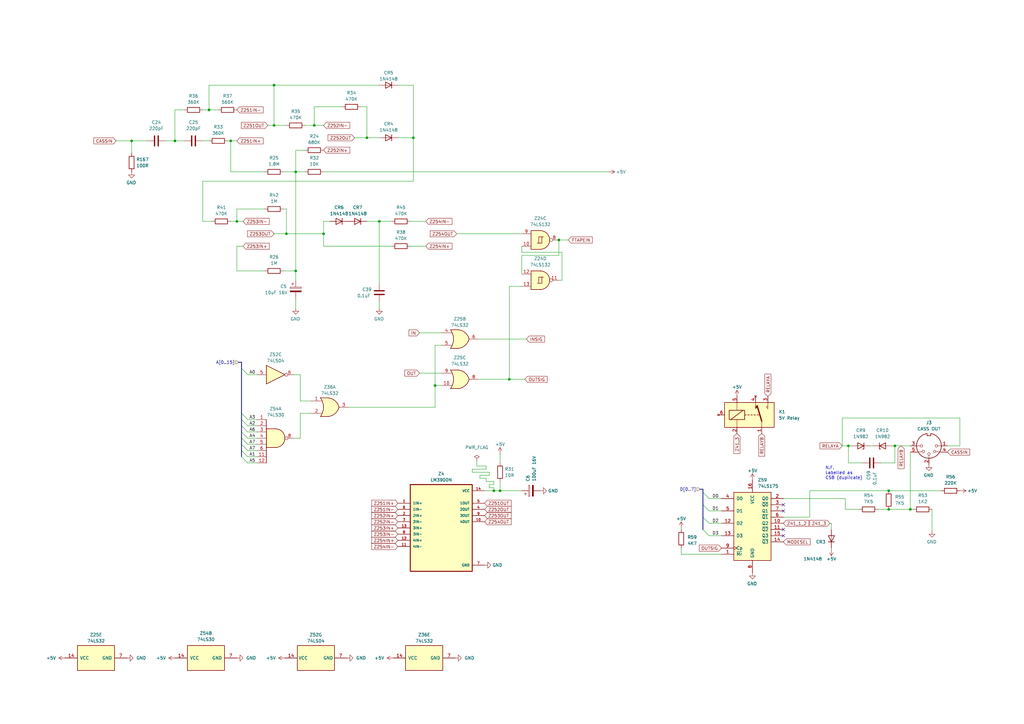
<source format=kicad_sch>
(kicad_sch (version 20230121) (generator eeschema)
  (paper "A3")
  (lib_symbols
    (symbol "74xx:74LS04"
      (property "Reference" "U" (at 0 1.27 0))
      (property "Value" "74LS04" (at 0 -1.27 0))
      (symbol "74LS04_1_0"
        (pin input line (at -7.62 0 0) (length 3.81) (name "~") (number "1"))
        (pin output inverted (at 7.62 0 180) (length 3.81) (name "~") (number "2"))
      )
      (symbol "74LS04_2_0"
        (pin input line (at -7.62 0 0) (length 3.81) (name "~") (number "3"))
        (pin output inverted (at 7.62 0 180) (length 3.81) (name "~") (number "4"))
      )
      (symbol "74LS04_3_0"
        (pin input line (at -7.62 0 0) (length 3.81) (name "~") (number "5"))
        (pin output inverted (at 7.62 0 180) (length 3.81) (name "~") (number "6"))
      )
      (symbol "74LS04_4_0"
        (pin output inverted (at 7.62 0 180) (length 3.81) (name "~") (number "8"))
        (pin input line (at -7.62 0 0) (length 3.81) (name "~") (number "9"))
      )
      (symbol "74LS04_5_0"
        (pin output inverted (at 7.62 0 180) (length 3.81) (name "~") (number "10"))
        (pin input line (at -7.62 0 0) (length 3.81) (name "~") (number "11"))
      )
      (symbol "74LS04_6_0"
        (pin output inverted (at 7.62 0 180) (length 3.81) (name "~") (number "12"))
        (pin input line (at -7.62 0 0) (length 3.81) (name "~") (number "13"))
      )
      (symbol "74LS04_7_0"
        (pin power_in line (at 0 12.7 270) (length 5.08) (name "VCC") (number "14"))
        (pin power_in line (at 0 -12.7 90) (length 5.08) (name "GND") (number "7"))
      )
    )
    (symbol "74xx:74LS132" (pin_names (offset 1.016))
      (property "Reference" "U" (at 0 1.27 0))
      (property "Value" "74LS132" (at 0 -1.27 0))
      (symbol "74LS132_1_1"
        (pin input line (at -7.62 2.54 0) (length 3.81) (name "~") (number "1"))
        (pin input line (at -7.62 -2.54 0) (length 3.81) (name "~") (number "2"))
        (pin output inverted (at 7.62 0 180) (length 3.81) (name "~") (number "3"))
      )
      (symbol "74LS132_1_2"
        (pin input inverted (at -7.62 2.54 0) (length 4.318) (name "~") (number "1"))
        (pin input inverted (at -7.62 -2.54 0) (length 4.318) (name "~") (number "2"))
        (pin output line (at 7.62 0 180) (length 3.81) (name "~") (number "3"))
      )
      (symbol "74LS132_2_1"
        (pin input line (at -7.62 2.54 0) (length 3.81) (name "~") (number "4"))
        (pin input line (at -7.62 -2.54 0) (length 3.81) (name "~") (number "5"))
        (pin output inverted (at 7.62 0 180) (length 3.81) (name "~") (number "6"))
      )
      (symbol "74LS132_2_2"
        (pin input inverted (at -7.62 2.54 0) (length 4.318) (name "~") (number "4"))
        (pin input inverted (at -7.62 -2.54 0) (length 4.318) (name "~") (number "5"))
        (pin output line (at 7.62 0 180) (length 3.81) (name "~") (number "6"))
      )
      (symbol "74LS132_3_1"
        (pin input line (at -7.62 -2.54 0) (length 3.81) (name "~") (number "10"))
        (pin output inverted (at 7.62 0 180) (length 3.81) (name "~") (number "8"))
        (pin input line (at -7.62 2.54 0) (length 3.81) (name "~") (number "9"))
      )
      (symbol "74LS132_3_2"
        (pin input inverted (at -7.62 -2.54 0) (length 4.318) (name "~") (number "10"))
        (pin output line (at 7.62 0 180) (length 3.81) (name "~") (number "8"))
        (pin input inverted (at -7.62 2.54 0) (length 4.318) (name "~") (number "9"))
      )
      (symbol "74LS132_4_1"
        (pin output inverted (at 7.62 0 180) (length 3.81) (name "~") (number "11"))
        (pin input line (at -7.62 2.54 0) (length 3.81) (name "~") (number "12"))
        (pin input line (at -7.62 -2.54 0) (length 3.81) (name "~") (number "13"))
      )
      (symbol "74LS132_4_2"
        (pin output line (at 7.62 0 180) (length 3.81) (name "~") (number "11"))
        (pin input inverted (at -7.62 2.54 0) (length 4.318) (name "~") (number "12"))
        (pin input inverted (at -7.62 -2.54 0) (length 4.318) (name "~") (number "13"))
      )
      (symbol "74LS132_5_0"
        (pin power_in line (at 0 12.7 270) (length 5.08) (name "VCC") (number "14"))
        (pin power_in line (at 0 -12.7 90) (length 5.08) (name "GND") (number "7"))
      )
    )
    (symbol "74xx:74LS175" (pin_names (offset 1.016))
      (property "Reference" "U" (at -7.62 13.97 0))
      (property "Value" "74LS175" (at -7.62 -16.51 0))
      (symbol "74LS175_1_0"
        (pin input line (at -12.7 -12.7 0) (length 5.08) (name "~{Mr}") (number "1"))
        (pin output line (at 12.7 0 180) (length 5.08) (name "Q2") (number "10"))
        (pin output line (at 12.7 -2.54 180) (length 5.08) (name "~{Q2}") (number "11"))
        (pin input line (at -12.7 0 0) (length 5.08) (name "D2") (number "12"))
        (pin input line (at -12.7 -5.08 0) (length 5.08) (name "D3") (number "13"))
        (pin output line (at 12.7 -7.62 180) (length 5.08) (name "~{Q3}") (number "14"))
        (pin output line (at 12.7 -5.08 180) (length 5.08) (name "Q3") (number "15"))
        (pin power_in line (at 0 17.78 270) (length 5.08) (name "VCC") (number "16"))
        (pin output line (at 12.7 10.16 180) (length 5.08) (name "Q0") (number "2"))
        (pin output line (at 12.7 7.62 180) (length 5.08) (name "~{Q0}") (number "3"))
        (pin input line (at -12.7 10.16 0) (length 5.08) (name "D0") (number "4"))
        (pin input line (at -12.7 5.08 0) (length 5.08) (name "D1") (number "5"))
        (pin output line (at 12.7 2.54 180) (length 5.08) (name "~{Q1}") (number "6"))
        (pin output line (at 12.7 5.08 180) (length 5.08) (name "Q1") (number "7"))
        (pin power_in line (at 0 -20.32 90) (length 5.08) (name "GND") (number "8"))
        (pin input clock (at -12.7 -10.16 0) (length 5.08) (name "Cp") (number "9"))
      )
    )
    (symbol "74xx:74LS30" (pin_names (offset 1.016))
      (property "Reference" "U" (at 0 1.27 0))
      (property "Value" "74LS30" (at 0 -1.27 0))
      (symbol "74LS30_1_1"
        (pin input line (at -7.62 7.62 0) (length 3.81) (name "~") (number "1"))
        (pin input line (at -7.62 -7.62 0) (length 3.81) (name "~") (number "11"))
        (pin input line (at -7.62 -10.16 0) (length 3.81) (name "~") (number "12"))
        (pin input line (at -7.62 5.08 0) (length 3.81) (name "~") (number "2"))
        (pin input line (at -7.62 2.54 0) (length 3.81) (name "~") (number "3"))
        (pin input line (at -7.62 0 0) (length 3.81) (name "~") (number "4"))
        (pin input line (at -7.62 -2.54 0) (length 3.81) (name "~") (number "5"))
        (pin input line (at -7.62 -5.08 0) (length 3.81) (name "~") (number "6"))
        (pin output inverted (at 7.62 0 180) (length 3.81) (name "~") (number "8"))
      )
      (symbol "74LS30_1_2"
        (pin input inverted (at -7.62 7.62 0) (length 3.81) (name "~") (number "1"))
        (pin input inverted (at -7.62 -7.62 0) (length 3.81) (name "~") (number "11"))
        (pin input inverted (at -7.62 -10.16 0) (length 3.81) (name "~") (number "12"))
        (pin input inverted (at -7.62 5.08 0) (length 3.81) (name "~") (number "2"))
        (pin input inverted (at -7.62 2.54 0) (length 4.5466) (name "~") (number "3"))
        (pin input inverted (at -7.62 0 0) (length 5.08) (name "~") (number "4"))
        (pin input inverted (at -7.62 -2.54 0) (length 4.5466) (name "~") (number "5"))
        (pin input inverted (at -7.62 -5.08 0) (length 3.81) (name "~") (number "6"))
        (pin output line (at 7.62 0 180) (length 3.81) (name "~") (number "8"))
      )
      (symbol "74LS30_2_0"
        (pin power_in line (at 0 12.7 270) (length 5.08) (name "VCC") (number "14"))
        (pin power_in line (at 0 -12.7 90) (length 5.08) (name "GND") (number "7"))
      )
    )
    (symbol "74xx:74LS32" (pin_names (offset 1.016))
      (property "Reference" "U" (at 0 1.27 0))
      (property "Value" "74LS32" (at 0 -1.27 0))
      (symbol "74LS32_1_1"
        (pin input line (at -7.62 2.54 0) (length 4.318) (name "~") (number "1"))
        (pin input line (at -7.62 -2.54 0) (length 4.318) (name "~") (number "2"))
        (pin output line (at 7.62 0 180) (length 3.81) (name "~") (number "3"))
      )
      (symbol "74LS32_1_2"
        (pin input inverted (at -7.62 2.54 0) (length 3.81) (name "~") (number "1"))
        (pin input inverted (at -7.62 -2.54 0) (length 3.81) (name "~") (number "2"))
        (pin output inverted (at 7.62 0 180) (length 3.81) (name "~") (number "3"))
      )
      (symbol "74LS32_2_1"
        (pin input line (at -7.62 2.54 0) (length 4.318) (name "~") (number "4"))
        (pin input line (at -7.62 -2.54 0) (length 4.318) (name "~") (number "5"))
        (pin output line (at 7.62 0 180) (length 3.81) (name "~") (number "6"))
      )
      (symbol "74LS32_2_2"
        (pin input inverted (at -7.62 2.54 0) (length 3.81) (name "~") (number "4"))
        (pin input inverted (at -7.62 -2.54 0) (length 3.81) (name "~") (number "5"))
        (pin output inverted (at 7.62 0 180) (length 3.81) (name "~") (number "6"))
      )
      (symbol "74LS32_3_1"
        (pin input line (at -7.62 -2.54 0) (length 4.318) (name "~") (number "10"))
        (pin output line (at 7.62 0 180) (length 3.81) (name "~") (number "8"))
        (pin input line (at -7.62 2.54 0) (length 4.318) (name "~") (number "9"))
      )
      (symbol "74LS32_3_2"
        (pin input inverted (at -7.62 -2.54 0) (length 3.81) (name "~") (number "10"))
        (pin output inverted (at 7.62 0 180) (length 3.81) (name "~") (number "8"))
        (pin input inverted (at -7.62 2.54 0) (length 3.81) (name "~") (number "9"))
      )
      (symbol "74LS32_4_1"
        (pin output line (at 7.62 0 180) (length 3.81) (name "~") (number "11"))
        (pin input line (at -7.62 2.54 0) (length 4.318) (name "~") (number "12"))
        (pin input line (at -7.62 -2.54 0) (length 4.318) (name "~") (number "13"))
      )
      (symbol "74LS32_4_2"
        (pin output inverted (at 7.62 0 180) (length 3.81) (name "~") (number "11"))
        (pin input inverted (at -7.62 2.54 0) (length 3.81) (name "~") (number "12"))
        (pin input inverted (at -7.62 -2.54 0) (length 3.81) (name "~") (number "13"))
      )
      (symbol "74LS32_5_0"
        (pin power_in line (at 0 12.7 270) (length 5.08) (name "VCC") (number "14"))
        (pin power_in line (at 0 -12.7 90) (length 5.08) (name "GND") (number "7"))
      )
    )
    (symbol "Connector:DIN-5_180degree" (pin_names (offset 1.016))
      (property "Reference" "J" (at 3.175 5.715 0))
      (property "Value" "DIN-5_180degree" (at 0 -6.35 0))
      (symbol "DIN-5_180degree_1_1"
        (pin passive line (at -7.62 0 0) (length 2.54) (name "~") (number "1"))
        (pin passive line (at 0 7.62 270) (length 2.54) (name "~") (number "2"))
        (pin passive line (at 7.62 0 180) (length 2.54) (name "~") (number "3"))
        (pin passive line (at -7.62 2.54 0) (length 2.54) (name "~") (number "4"))
        (pin passive line (at 7.62 2.54 180) (length 2.54) (name "~") (number "5"))
      )
    )
    (symbol "Device:C" (pin_numbers hide) (pin_names (offset 0.254))
      (property "Reference" "C" (at 0.635 2.54 0))
      (property "Value" "C" (at 0.635 -2.54 0))
      (symbol "C_1_1"
        (pin passive line (at 0 3.81 270) (length 2.794) (name "~") (number "1"))
        (pin passive line (at 0 -3.81 90) (length 2.794) (name "~") (number "2"))
      )
    )
    (symbol "Device:C_Polarized" (pin_numbers hide) (pin_names (offset 0.254))
      (property "Reference" "C" (at 0.635 2.54 0))
      (property "Value" "C_Polarized" (at 0.635 -2.54 0))
      (symbol "C_Polarized_1_1"
        (pin passive line (at 0 3.81 270) (length 2.794) (name "~") (number "1"))
        (pin passive line (at 0 -3.81 90) (length 2.794) (name "~") (number "2"))
      )
    )
    (symbol "Device:D" (pin_numbers hide) (pin_names (offset 1.016) hide)
      (property "Reference" "D" (at 0 2.54 0))
      (property "Value" "D" (at 0 -2.54 0))
      (symbol "D_1_1"
        (pin passive line (at -3.81 0 0) (length 2.54) (name "K") (number "1"))
        (pin passive line (at 3.81 0 180) (length 2.54) (name "A") (number "2"))
      )
    )
    (symbol "Device:D_Zener" (pin_numbers hide) (pin_names (offset 1.016) hide)
      (property "Reference" "D" (at 0 2.54 0))
      (property "Value" "D_Zener" (at 0 -2.54 0))
      (symbol "D_Zener_1_1"
        (pin passive line (at -3.81 0 0) (length 2.54) (name "K") (number "1"))
        (pin passive line (at 3.81 0 180) (length 2.54) (name "A") (number "2"))
      )
    )
    (symbol "Device:R" (pin_numbers hide) (pin_names (offset 0))
      (property "Reference" "R" (at 2.032 0 90))
      (property "Value" "R" (at 0 0 90))
      (symbol "R_1_1"
        (pin passive line (at 0 3.81 270) (length 1.27) (name "~") (number "1"))
        (pin passive line (at 0 -3.81 90) (length 1.27) (name "~") (number "2"))
      )
    )
    (symbol "Diode:1N4001" (pin_numbers hide) (pin_names hide)
      (property "Reference" "D" (at 0 2.54 0))
      (property "Value" "1N4001" (at 0 -2.54 0))
      (symbol "1N4001_1_1"
        (pin passive line (at -3.81 0 0) (length 2.54) (name "K") (number "1"))
        (pin passive line (at 3.81 0 180) (length 2.54) (name "A") (number "2"))
      )
    )
    (symbol "TRS80IUS:LM3900N" (pin_names (offset 1.016))
      (property "Reference" "U" (at -12.7 18.7706 0))
      (property "Value" "LM3900N" (at -12.7 -21.7678 0))
      (symbol "LM3900N_0_0"
        (pin input line (at -17.78 10.16 0) (length 5.08) (name "1IN+") (number "1"))
        (pin output line (at 17.78 2.54 180) (length 5.08) (name "4OUT") (number "10"))
        (pin input line (at -17.78 -7.62 0) (length 5.08) (name "4IN-") (number "11"))
        (pin input line (at -17.78 -5.08 0) (length 5.08) (name "4IN+") (number "12"))
        (pin input line (at -17.78 0 0) (length 5.08) (name "3IN+") (number "13"))
        (pin power_in line (at 17.78 15.24 180) (length 5.08) (name "VCC") (number "14"))
        (pin input line (at -17.78 5.08 0) (length 5.08) (name "2IN+") (number "2"))
        (pin input line (at -17.78 2.54 0) (length 5.08) (name "2IN-") (number "3"))
        (pin output line (at 17.78 7.62 180) (length 5.08) (name "2OUT") (number "4"))
        (pin output line (at 17.78 10.16 180) (length 5.08) (name "1OUT") (number "5"))
        (pin input line (at -17.78 7.62 0) (length 5.08) (name "1IN-") (number "6"))
        (pin power_in line (at 17.78 -15.24 180) (length 5.08) (name "GND") (number "7"))
        (pin input line (at -17.78 -2.54 0) (length 5.08) (name "3IN-") (number "8"))
        (pin output line (at 17.78 5.08 180) (length 5.08) (name "3OUT") (number "9"))
      )
    )
    (symbol "TRS80IUS:Relay"
      (property "Reference" "K" (at 11.43 3.81 0))
      (property "Value" "Relay" (at 11.43 1.27 0))
      (symbol "Relay_1_1"
        (pin passive line (at 5.08 -7.62 90) (length 2.54) (name "~") (number "1"))
        (pin passive line (at -5.08 -7.62 90) (length 2.54) (name "~") (number "2"))
        (pin passive line (at 7.62 7.62 270) (length 2.54) (name "~") (number "3"))
        (pin no_connect line (at 2.54 7.62 270) (length 2.54) (name "~") (number "4"))
        (pin passive line (at -5.08 7.62 270) (length 2.54) (name "~") (number "5"))
        (pin no_connect line (at -12.7 0 0) (length 2.54) (name "~") (number "6"))
      )
    )
    (symbol "power:+5V" (power) (pin_names (offset 0))
      (property "Value" "+5V" (at 0 3.556 0))
      (symbol "+5V_1_1"
        (pin power_in line (at 0 0 90) (length 0) hide (name "+5V") (number "1"))
      )
    )
    (symbol "power:GND" (power) (pin_names (offset 0))
      (property "Value" "GND" (at 0 -3.81 0))
      (symbol "GND_1_1"
        (pin power_in line (at 0 0 270) (length 0) hide (name "GND") (number "1"))
      )
    )
    (symbol "power:PWR_FLAG" (power) (pin_numbers hide) (pin_names (offset 0) hide)
      (property "Value" "PWR_FLAG" (at 0 3.81 0))
      (symbol "PWR_FLAG_0_0"
        (pin power_out line (at 0 0 90) (length 0) (name "pwr") (number "1"))
      )
    )
  )
  (junction (at 364.49 208.915))
  (junction (at 53.975 57.785))
  (junction (at 132.715 95.885))
  (junction (at 347.98 182.88))
  (junction (at 121.285 111.125))
  (junction (at 178.435 158.115))
  (junction (at 155.575 90.805))
  (junction (at 367.03 182.88))
  (junction (at 94.615 57.785))
  (junction (at 128.905 51.435))
  (junction (at 205.105 201.295))
  (junction (at 202.565 201.295))
  (junction (at 85.725 45.085))
  (junction (at 364.49 201.295))
  (junction (at 229.235 98.425))
  (junction (at 71.755 57.785))
  (junction (at 112.395 51.435))
  (junction (at 208.915 155.575))
  (junction (at 117.475 95.885))
  (junction (at 121.285 70.485))
  (junction (at 373.38 208.915))
  (junction (at 112.395 34.925))
  (junction (at 169.545 56.515))
  (junction (at 150.495 56.515))
  (junction (at 97.155 90.805))
  (no_connect (at 321.31 219.71))
  (no_connect (at 321.31 207.01))
  (no_connect (at 321.31 217.17))
  (no_connect (at 321.31 209.55))
  (bus_entry (at 288.29 212.09) (size 2.54 2.54))
  (bus_entry (at 288.29 207.01) (size 2.54 2.54))
  (bus_entry (at 99.06 177.165) (size 2.54 2.54))
  (bus_entry (at 99.06 179.705) (size 2.54 2.54))
  (bus_entry (at 288.29 201.93) (size 2.54 2.54))
  (bus_entry (at 99.06 172.085) (size 2.54 2.54))
  (bus_entry (at 99.06 174.625) (size 2.54 2.54))
  (bus_entry (at 99.06 182.245) (size 2.54 2.54))
  (bus_entry (at 99.06 169.545) (size 2.54 2.54))
  (bus_entry (at 99.06 184.785) (size 2.54 2.54))
  (bus_entry (at 99.06 151.13) (size 2.54 2.54))
  (bus_entry (at 288.29 217.17) (size 2.54 2.54))
  (bus_entry (at 99.06 187.325) (size 2.54 2.54))
  (wire (pts (xy 101.6 187.325) (xy 105.41 187.325)))
  (wire (pts (xy 85.725 34.925) (xy 112.395 34.925)))
  (wire (pts (xy 94.615 57.785) (xy 97.155 57.785)))
  (bus (pts (xy 99.06 172.085) (xy 99.06 174.625)))
  (wire (pts (xy 200.66 200.025) (xy 202.565 200.025)))
  (wire (pts (xy 195.58 189.23) (xy 195.58 191.135)))
  (wire (pts (xy 125.095 51.435) (xy 128.905 51.435)))
  (wire (pts (xy 121.285 70.485) (xy 121.285 111.125)))
  (wire (pts (xy 364.49 201.295) (xy 332.105 201.295)))
  (wire (pts (xy 196.85 196.215) (xy 199.39 196.215)))
  (wire (pts (xy 360.045 208.915) (xy 364.49 208.915)))
  (wire (pts (xy 101.6 172.085) (xy 105.41 172.085)))
  (wire (pts (xy 346.71 208.915) (xy 352.425 208.915)))
  (wire (pts (xy 347.98 189.865) (xy 353.695 189.865)))
  (wire (pts (xy 202.565 198.755) (xy 200.66 198.755)))
  (wire (pts (xy 196.215 155.575) (xy 208.915 155.575)))
  (wire (pts (xy 347.98 182.88) (xy 345.44 182.88)))
  (bus (pts (xy 288.29 207.01) (xy 288.29 212.09)))
  (wire (pts (xy 193.675 192.405) (xy 193.675 193.675)))
  (wire (pts (xy 367.03 189.865) (xy 361.315 189.865)))
  (wire (pts (xy 121.285 122.555) (xy 121.285 126.365)))
  (wire (pts (xy 53.975 57.785) (xy 53.975 62.865)))
  (wire (pts (xy 112.395 34.925) (xy 155.575 34.925)))
  (wire (pts (xy 155.575 90.805) (xy 160.655 90.805)))
  (wire (pts (xy 123.19 169.545) (xy 127.635 169.545)))
  (wire (pts (xy 364.49 201.295) (xy 386.08 201.295)))
  (wire (pts (xy 200.66 193.675) (xy 200.66 194.945)))
  (wire (pts (xy 94.615 70.485) (xy 94.615 57.785)))
  (wire (pts (xy 290.83 219.71) (xy 295.91 219.71)))
  (wire (pts (xy 178.435 141.605) (xy 180.975 141.605)))
  (wire (pts (xy 97.155 85.725) (xy 108.585 85.725)))
  (wire (pts (xy 290.83 204.47) (xy 295.91 204.47)))
  (wire (pts (xy 125.095 61.595) (xy 121.285 61.595)))
  (wire (pts (xy 128.905 43.815) (xy 140.335 43.815)))
  (wire (pts (xy 215.9 139.065) (xy 196.215 139.065)))
  (bus (pts (xy 99.06 184.785) (xy 99.06 187.325)))
  (wire (pts (xy 332.105 201.295) (xy 332.105 212.09)))
  (wire (pts (xy 97.155 90.805) (xy 99.695 90.805)))
  (wire (pts (xy 202.565 200.025) (xy 202.565 201.295)))
  (wire (pts (xy 279.4 216.535) (xy 279.4 217.17)))
  (wire (pts (xy 142.875 167.005) (xy 178.435 167.005)))
  (wire (pts (xy 393.7 171.45) (xy 393.7 182.88)))
  (wire (pts (xy 180.975 158.115) (xy 178.435 158.115)))
  (wire (pts (xy 346.71 204.47) (xy 346.71 208.915)))
  (wire (pts (xy 116.205 85.725) (xy 117.475 85.725)))
  (wire (pts (xy 155.575 123.825) (xy 155.575 126.365)))
  (wire (pts (xy 200.66 194.945) (xy 196.85 194.945)))
  (wire (pts (xy 198.755 201.295) (xy 202.565 201.295)))
  (bus (pts (xy 97.79 148.59) (xy 99.06 148.59)))
  (wire (pts (xy 123.19 153.67) (xy 123.19 164.465)))
  (wire (pts (xy 229.235 98.425) (xy 233.045 98.425)))
  (wire (pts (xy 382.27 208.915) (xy 382.27 217.805)))
  (bus (pts (xy 99.06 174.625) (xy 99.06 177.165)))
  (wire (pts (xy 117.475 95.885) (xy 132.715 95.885)))
  (wire (pts (xy 83.185 74.295) (xy 83.185 90.805)))
  (wire (pts (xy 132.715 90.805) (xy 132.715 95.885)))
  (wire (pts (xy 83.185 45.085) (xy 85.725 45.085)))
  (bus (pts (xy 287.02 200.66) (xy 288.29 200.66)))
  (wire (pts (xy 145.415 56.515) (xy 150.495 56.515)))
  (wire (pts (xy 208.915 155.575) (xy 215.265 155.575)))
  (wire (pts (xy 178.435 167.005) (xy 178.435 158.115)))
  (bus (pts (xy 288.29 212.09) (xy 288.29 217.17)))
  (wire (pts (xy 290.83 209.55) (xy 295.91 209.55)))
  (wire (pts (xy 373.38 185.42) (xy 373.38 208.915)))
  (wire (pts (xy 97.155 111.125) (xy 108.585 111.125)))
  (wire (pts (xy 163.195 34.925) (xy 169.545 34.925)))
  (wire (pts (xy 213.995 104.775) (xy 229.235 104.775)))
  (wire (pts (xy 169.545 74.295) (xy 83.185 74.295)))
  (wire (pts (xy 85.725 45.085) (xy 85.725 34.925)))
  (wire (pts (xy 199.39 192.405) (xy 193.675 192.405)))
  (wire (pts (xy 345.44 182.88) (xy 345.44 171.45)))
  (wire (pts (xy 155.575 90.805) (xy 155.575 116.205)))
  (wire (pts (xy 123.19 179.705) (xy 123.19 169.545)))
  (wire (pts (xy 163.195 56.515) (xy 169.545 56.515)))
  (wire (pts (xy 83.185 90.805) (xy 86.995 90.805)))
  (wire (pts (xy 120.65 179.705) (xy 123.19 179.705)))
  (bus (pts (xy 99.06 182.245) (xy 99.06 184.785)))
  (wire (pts (xy 340.995 225.425) (xy 340.995 224.79)))
  (wire (pts (xy 101.6 184.785) (xy 105.41 184.785)))
  (bus (pts (xy 99.06 151.13) (xy 99.06 169.545)))
  (wire (pts (xy 202.565 197.485) (xy 202.565 198.755)))
  (wire (pts (xy 121.285 111.125) (xy 121.285 114.935)))
  (wire (pts (xy 93.345 57.785) (xy 94.615 57.785)))
  (wire (pts (xy 202.565 201.295) (xy 205.105 201.295)))
  (wire (pts (xy 85.725 45.085) (xy 89.535 45.085)))
  (wire (pts (xy 367.03 182.88) (xy 373.38 182.88)))
  (wire (pts (xy 213.995 100.965) (xy 213.995 103.505)))
  (wire (pts (xy 208.915 117.475) (xy 213.995 117.475)))
  (wire (pts (xy 321.31 204.47) (xy 346.71 204.47)))
  (wire (pts (xy 120.65 153.67) (xy 123.19 153.67)))
  (wire (pts (xy 193.675 193.675) (xy 200.66 193.675)))
  (wire (pts (xy 121.285 70.485) (xy 116.205 70.485)))
  (wire (pts (xy 128.905 51.435) (xy 132.715 51.435)))
  (wire (pts (xy 147.955 43.815) (xy 150.495 43.815)))
  (wire (pts (xy 97.155 90.805) (xy 97.155 85.725)))
  (wire (pts (xy 178.435 158.115) (xy 178.435 141.605)))
  (wire (pts (xy 367.03 182.88) (xy 367.03 189.865)))
  (wire (pts (xy 169.545 56.515) (xy 169.545 74.295)))
  (wire (pts (xy 112.395 95.885) (xy 117.475 95.885)))
  (wire (pts (xy 340.995 217.17) (xy 340.995 214.63)))
  (wire (pts (xy 393.7 182.88) (xy 388.62 182.88)))
  (wire (pts (xy 340.36 214.63) (xy 340.995 214.63)))
  (wire (pts (xy 205.105 186.055) (xy 205.105 189.865)))
  (wire (pts (xy 321.31 212.09) (xy 332.105 212.09)))
  (wire (pts (xy 195.58 191.135) (xy 199.39 191.135)))
  (wire (pts (xy 109.855 51.435) (xy 112.395 51.435)))
  (wire (pts (xy 200.66 198.755) (xy 200.66 200.025)))
  (wire (pts (xy 132.715 70.485) (xy 249.555 70.485)))
  (wire (pts (xy 349.25 182.88) (xy 347.98 182.88)))
  (bus (pts (xy 288.29 201.93) (xy 288.29 207.01)))
  (wire (pts (xy 135.255 90.805) (xy 132.715 90.805)))
  (bus (pts (xy 99.06 148.59) (xy 99.06 151.13)))
  (wire (pts (xy 196.85 194.945) (xy 196.85 196.215)))
  (bus (pts (xy 99.06 177.165) (xy 99.06 179.705)))
  (wire (pts (xy 150.495 90.805) (xy 155.575 90.805)))
  (wire (pts (xy 230.505 114.935) (xy 229.235 114.935)))
  (bus (pts (xy 99.06 169.545) (xy 99.06 172.085)))
  (wire (pts (xy 230.505 103.505) (xy 230.505 114.935)))
  (wire (pts (xy 108.585 70.485) (xy 94.615 70.485)))
  (wire (pts (xy 101.6 153.67) (xy 105.41 153.67)))
  (wire (pts (xy 101.6 174.625) (xy 105.41 174.625)))
  (wire (pts (xy 187.325 95.885) (xy 213.995 95.885)))
  (wire (pts (xy 101.6 189.865) (xy 105.41 189.865)))
  (wire (pts (xy 295.91 227.33) (xy 279.4 227.33)))
  (wire (pts (xy 123.19 164.465) (xy 127.635 164.465)))
  (wire (pts (xy 47.625 57.785) (xy 53.975 57.785)))
  (wire (pts (xy 168.275 90.805) (xy 174.625 90.805)))
  (wire (pts (xy 150.495 56.515) (xy 155.575 56.515)))
  (wire (pts (xy 121.285 61.595) (xy 121.285 70.485)))
  (wire (pts (xy 199.39 196.215) (xy 199.39 197.485)))
  (wire (pts (xy 101.6 182.245) (xy 105.41 182.245)))
  (wire (pts (xy 71.755 57.785) (xy 75.565 57.785)))
  (wire (pts (xy 213.995 112.395) (xy 213.995 104.775)))
  (wire (pts (xy 365.76 182.88) (xy 367.03 182.88)))
  (wire (pts (xy 67.945 57.785) (xy 71.755 57.785)))
  (wire (pts (xy 345.44 171.45) (xy 393.7 171.45)))
  (bus (pts (xy 99.06 179.705) (xy 99.06 182.245)))
  (wire (pts (xy 101.6 177.165) (xy 105.41 177.165)))
  (wire (pts (xy 83.185 57.785) (xy 85.725 57.785)))
  (wire (pts (xy 101.6 179.705) (xy 105.41 179.705)))
  (wire (pts (xy 168.275 100.965) (xy 174.625 100.965)))
  (wire (pts (xy 208.915 155.575) (xy 208.915 117.475)))
  (wire (pts (xy 199.39 191.135) (xy 199.39 192.405)))
  (wire (pts (xy 213.995 103.505) (xy 230.505 103.505)))
  (wire (pts (xy 150.495 43.815) (xy 150.495 56.515)))
  (wire (pts (xy 71.755 45.085) (xy 71.755 57.785)))
  (wire (pts (xy 116.205 111.125) (xy 121.285 111.125)))
  (bus (pts (xy 288.29 200.66) (xy 288.29 201.93)))
  (wire (pts (xy 290.83 214.63) (xy 295.91 214.63)))
  (wire (pts (xy 347.98 182.88) (xy 347.98 189.865)))
  (wire (pts (xy 169.545 34.925) (xy 169.545 56.515)))
  (wire (pts (xy 128.905 51.435) (xy 128.905 43.815)))
  (wire (pts (xy 75.565 45.085) (xy 71.755 45.085)))
  (wire (pts (xy 358.14 182.88) (xy 356.87 182.88)))
  (wire (pts (xy 99.695 100.965) (xy 97.155 100.965)))
  (wire (pts (xy 121.285 70.485) (xy 125.095 70.485)))
  (wire (pts (xy 199.39 197.485) (xy 202.565 197.485)))
  (wire (pts (xy 373.38 208.915) (xy 374.65 208.915)))
  (wire (pts (xy 97.155 100.965) (xy 97.155 111.125)))
  (wire (pts (xy 112.395 51.435) (xy 117.475 51.435)))
  (wire (pts (xy 172.085 153.035) (xy 180.975 153.035)))
  (wire (pts (xy 229.235 104.775) (xy 229.235 98.425)))
  (wire (pts (xy 364.49 208.915) (xy 373.38 208.915)))
  (wire (pts (xy 132.715 95.885) (xy 132.715 100.965)))
  (wire (pts (xy 279.4 227.33) (xy 279.4 224.79)))
  (wire (pts (xy 172.085 136.525) (xy 180.975 136.525)))
  (wire (pts (xy 53.975 57.785) (xy 60.325 57.785)))
  (wire (pts (xy 94.615 90.805) (xy 97.155 90.805)))
  (wire (pts (xy 205.105 197.485) (xy 205.105 201.295)))
  (wire (pts (xy 132.715 100.965) (xy 160.655 100.965)))
  (wire (pts (xy 112.395 34.925) (xy 112.395 51.435)))
  (wire (pts (xy 213.995 201.295) (xy 205.105 201.295)))
  (wire (pts (xy 117.475 85.725) (xy 117.475 95.885)))
  (text "N.F.\nLabelled as \nC58 (duplicate)" (at 338.455 196.85 0) (effects (font (size 1.27 1.27)) (justify left bottom)))
  (label "A3" (at 102.235 172.085 0))
  (label "A4" (at 102.235 179.705 0))
  (label "D3" (at 292.1 219.71 0))
  (label "A7" (at 102.235 182.245 0))
  (label "D1" (at 292.1 209.55 0))
  (label "D2" (at 292.1 214.63 0))
  (label "A6" (at 102.235 177.165 0))
  (label "A7" (at 102.235 184.785 0))
  (label "A5" (at 102.235 189.865 0))
  (label "A0" (at 102.235 153.67 0))
  (label "A2" (at 102.235 174.625 0))
  (label "A1" (at 102.235 187.325 0))
  (label "D0" (at 292.1 204.47 0))
  (global_label "Z252IN-" (shape input) (at 132.715 51.435 0) (property "Intersheetrefs" "${INTERSHEET_REFS}" (effects hide)))
  (global_label "Z251OUT" (shape input) (at 109.855 51.435 180) (property "Intersheetrefs" "${INTERSHEET_REFS}" (effects hide)))
  (global_label "RELAYB" (shape input) (at 312.42 177.8 270) (property "Intersheetrefs" "${INTERSHEET_REFS}" (effects hide)))
  (global_label "Z252OUT" (shape input) (at 145.415 56.515 180) (property "Intersheetrefs" "${INTERSHEET_REFS}" (effects hide)))
  (global_label "Z253IN+" (shape input) (at 163.195 216.535 180) (property "Intersheetrefs" "${INTERSHEET_REFS}" (effects hide)))
  (global_label "Z253IN-" (shape input) (at 99.695 90.805 0) (property "Intersheetrefs" "${INTERSHEET_REFS}" (effects hide)))
  (global_label "FTAPEIN" (shape input) (at 233.045 98.425 0) (property "Intersheetrefs" "${INTERSHEET_REFS}" (effects hide)))
  (global_label "Z253IN-" (shape input) (at 163.195 219.075 180) (property "Intersheetrefs" "${INTERSHEET_REFS}" (effects hide)))
  (global_label "CASSIN" (shape input) (at 388.62 185.42 0) (property "Intersheetrefs" "${INTERSHEET_REFS}" (effects hide)))
  (global_label "Z254IN+" (shape input) (at 163.195 221.615 180) (property "Intersheetrefs" "${INTERSHEET_REFS}" (effects hide)))
  (global_label "Z252IN+" (shape input) (at 163.195 211.455 180) (property "Intersheetrefs" "${INTERSHEET_REFS}" (effects hide)))
  (global_label "Z251IN+" (shape input) (at 163.195 206.375 180) (property "Intersheetrefs" "${INTERSHEET_REFS}" (effects hide)))
  (global_label "Z254IN-" (shape input) (at 163.195 224.155 180) (property "Intersheetrefs" "${INTERSHEET_REFS}" (effects hide)))
  (global_label "MODESEL" (shape input) (at 321.31 222.25 0) (property "Intersheetrefs" "${INTERSHEET_REFS}" (effects hide)))
  (global_label "Z251OUT" (shape input) (at 198.755 206.375 0) (property "Intersheetrefs" "${INTERSHEET_REFS}" (effects hide)))
  (global_label "Z252IN-" (shape input) (at 163.195 213.995 180) (property "Intersheetrefs" "${INTERSHEET_REFS}" (effects hide)))
  (global_label "Z254IN+" (shape input) (at 174.625 100.965 0) (property "Intersheetrefs" "${INTERSHEET_REFS}" (effects hide)))
  (global_label "RELAYB" (shape input) (at 369.57 182.88 270) (property "Intersheetrefs" "${INTERSHEET_REFS}" (effects hide)))
  (global_label "OUTSIG" (shape input) (at 215.265 155.575 0) (property "Intersheetrefs" "${INTERSHEET_REFS}" (effects hide)))
  (global_label "Z253OUT" (shape input) (at 112.395 95.885 180) (property "Intersheetrefs" "${INTERSHEET_REFS}" (effects hide)))
  (global_label "Z251IN-" (shape input) (at 97.155 45.085 0) (property "Intersheetrefs" "${INTERSHEET_REFS}" (effects hide)))
  (global_label "IN" (shape input) (at 172.085 136.525 180) (property "Intersheetrefs" "${INTERSHEET_REFS}" (effects hide)))
  (global_label "Z254IN-" (shape input) (at 174.625 90.805 0) (property "Intersheetrefs" "${INTERSHEET_REFS}" (effects hide)))
  (global_label "Z254OUT" (shape input) (at 187.325 95.885 180) (property "Intersheetrefs" "${INTERSHEET_REFS}" (effects hide)))
  (global_label "Z253IN+" (shape input) (at 99.695 100.965 0) (property "Intersheetrefs" "${INTERSHEET_REFS}" (effects hide)))
  (global_label "OUTSIG" (shape input) (at 295.91 224.79 180) (property "Intersheetrefs" "${INTERSHEET_REFS}" (effects hide)))
  (global_label "Z254OUT" (shape input) (at 198.755 213.995 0) (property "Intersheetrefs" "${INTERSHEET_REFS}" (effects hide)))
  (global_label "Z252IN+" (shape input) (at 132.715 61.595 0) (property "Intersheetrefs" "${INTERSHEET_REFS}" (effects hide)))
  (global_label "Z251IN-" (shape input) (at 163.195 208.915 180) (property "Intersheetrefs" "${INTERSHEET_REFS}" (effects hide)))
  (global_label "Z252OUT" (shape input) (at 198.755 208.915 0) (property "Intersheetrefs" "${INTERSHEET_REFS}" (effects hide)))
  (global_label "CASSIN" (shape input) (at 47.625 57.785 180) (property "Intersheetrefs" "${INTERSHEET_REFS}" (effects hide)))
  (global_label "Z41_3" (shape input) (at 340.36 214.63 180) (property "Intersheetrefs" "${INTERSHEET_REFS}" (effects hide)))
  (global_label "OUT" (shape input) (at 172.085 153.035 180) (property "Intersheetrefs" "${INTERSHEET_REFS}" (effects hide)))
  (global_label "INSIG" (shape input) (at 215.9 139.065 0) (property "Intersheetrefs" "${INTERSHEET_REFS}" (effects hide)))
  (global_label "Z253OUT" (shape input) (at 198.755 211.455 0) (property "Intersheetrefs" "${INTERSHEET_REFS}" (effects hide)))
  (global_label "Z41_1_2" (shape input) (at 321.31 214.63 0) (property "Intersheetrefs" "${INTERSHEET_REFS}" (effects hide)))
  (global_label "RELAYA" (shape input) (at 345.44 182.88 180) (property "Intersheetrefs" "${INTERSHEET_REFS}" (effects hide)))
  (global_label "RELAYA" (shape input) (at 314.96 162.56 90) (property "Intersheetrefs" "${INTERSHEET_REFS}" (effects hide)))
  (global_label "Z251IN+" (shape input) (at 97.155 57.785 0) (property "Intersheetrefs" "${INTERSHEET_REFS}" (effects hide)))
  (global_label "Z41_3" (shape input) (at 302.26 177.8 270) (property "Intersheetrefs" "${INTERSHEET_REFS}" (effects hide)))
  (hierarchical_label "A[0..15]" (shape input) (at 97.79 148.59 180))
  (hierarchical_label "D[0..7]" (shape input) (at 287.02 200.66 180))
  (symbol (lib_id "Device:R") (at 128.905 70.485 270) (unit 1)
    (property "Reference" "R32" (at 128.905 64.77 90))
    (property "Value" "10K" (at 128.905 67.31 90))
    (property "Footprint" "TRS80IUS:Resistor 12.7mm" (effects hide))
  )
  (symbol (lib_id "power:GND") (at 155.575 126.365 0) (unit 1)
    (property "Reference" "#PWR0108" (effects hide))
    (property "Value" "GND" (at 157.48 130.81 0) (effects (justify right)))
    (instances (project "TRS80IUS" (path "" (reference "#PWR0108") (unit 1)) (path "" (reference "#PWR0123") (unit 1)) (path "" (reference "#PWR0132") (unit 1)) (path "" (reference "#PWR0137") (unit 1)) (path "" (reference "#PWR0164") (unit 1)) (path "" (reference "#PWR0187") (unit 1)) (path "" (reference "#PWR0111") (unit 1))))
  )
  (symbol (lib_id "74xx:74LS175") (at 308.61 214.63 0) (unit 1)
    (property "Reference" "Z59" (at 310.8041 196.85 0) (effects (justify left)))
    (property "Value" "74LS175" (at 310.8041 199.39 0) (effects (justify left)))
    (property "Footprint" "TRS80IUS:DIP-16_W7.62mm" (effects hide))
    (property "Datasheet" "http://www.ti.com/lit/gpn/sn74LS175" (effects hide))
  )
  (symbol (lib_id "Device:R") (at 144.145 43.815 270) (unit 1)
    (property "Reference" "R34" (at 144.145 38.1 90))
    (property "Value" "470K" (at 144.145 40.64 90))
    (property "Footprint" "TRS80IUS:Resistor 12.7mm" (effects hide))
  )
  (symbol (lib_id "Device:D") (at 139.065 90.805 180) (unit 1)
    (property "Reference" "CR6" (at 139.065 85.09 0))
    (property "Value" "1N4148" (at 139.065 87.63 0))
    (property "Footprint" "TRS80IUS:Diode 12.7mm" (effects hide))
    (property "Sim.Device" "D" (effects hide))
    (property "Sim.Pins" "1=K 2=A" (effects hide))
  )
  (symbol (lib_id "power:+5V") (at 308.61 196.85 0) (unit 1)
    (property "Reference" "#PWR010" (effects hide))
    (property "Value" "+5V" (at 308.61 193.04 0))
    (instances (project "TRS80IUS" (path "" (reference "#PWR010") (unit 1)) (path "" (reference "#PWR042") (unit 1)) (path "" (reference "#PWR048") (unit 1)) (path "" (reference "#PWR058") (unit 1)) (path "" (reference "#PWR088") (unit 1))))
  )
  (symbol (lib_id "Device:R") (at 389.89 201.295 90) (unit 1)
    (property "Reference" "R56" (at 389.89 195.58 90))
    (property "Value" "220K" (at 389.89 198.12 90))
    (property "Footprint" "TRS80IUS:Resistor 12.7mm" (effects hide))
  )
  (symbol (lib_id "power:GND") (at 52.07 269.875 90) (unit 1)
    (property "Reference" "#PWR0108" (effects hide))
    (property "Value" "GND" (at 55.88 269.875 90) (effects (justify right)))
    (instances (project "TRS80IUS" (path "" (reference "#PWR0108") (unit 1)) (path "" (reference "#PWR0123") (unit 1)) (path "" (reference "#PWR0132") (unit 1)) (path "" (reference "#PWR0137") (unit 1)) (path "" (reference "#PWR0164") (unit 1)) (path "" (reference "#PWR0187") (unit 1)) (path "" (reference "#PWR0256") (unit 1))))
  )
  (symbol (lib_id "Device:D_Zener") (at 353.06 182.88 180) (unit 1)
    (property "Reference" "CR9" (at 353.06 176.53 0))
    (property "Value" "1N982" (at 353.06 179.07 0))
    (property "Footprint" "TRS80IUS:Diode 12.7mm" (effects hide))
  )
  (symbol (lib_id "power:+5V") (at 340.995 225.425 0) (mirror x) (unit 1)
    (property "Reference" "#PWR010" (effects hide))
    (property "Value" "+5V" (at 340.995 229.235 0))
    (instances (project "TRS80IUS" (path "" (reference "#PWR010") (unit 1)) (path "" (reference "#PWR042") (unit 1)) (path "" (reference "#PWR048") (unit 1)) (path "" (reference "#PWR058") (unit 1)) (path "" (reference "#PWR092") (unit 1))))
  )
  (symbol (lib_id "Device:R") (at 53.975 66.675 180) (unit 1)
    (property "Reference" "R167" (at 55.88 65.405 0) (effects (justify right)))
    (property "Value" "100R" (at 55.88 67.945 0) (effects (justify right)))
    (property "Footprint" "TRS80IUS:Resistor R167" (effects hide))
  )
  (symbol (lib_id "Device:C") (at 357.505 189.865 270) (unit 1)
    (property "Reference" "C59" (at 356.235 194.945 0))
    (property "Value" "0.1uF" (at 358.775 196.215 0))
    (property "Footprint" "TRS80IUS:Ceramic Disc 9.78mm" (effects hide))
  )
  (symbol (lib_id "Device:C") (at 155.575 120.015 180) (unit 1)
    (property "Reference" "C39" (at 150.495 118.745 0))
    (property "Value" "0.1uF" (at 149.225 121.285 0))
    (property "Footprint" "TRS80IUS:Ceramic Disc 6.35mm" (effects hide))
  )
  (symbol (lib_id "Device:C") (at 79.375 57.785 90) (unit 1)
    (property "Reference" "C25" (at 79.375 50.165 90))
    (property "Value" "220pF" (at 79.375 52.705 90))
    (property "Footprint" "TRS80IUS:Ceramic Disc 6.35mm" (effects hide))
  )
  (symbol (lib_id "74xx:74LS30") (at 113.03 179.705 0) (unit 1)
    (property "Reference" "Z54" (at 113.0217 167.64 0))
    (property "Value" "74LS30" (at 113.0217 170.18 0))
    (property "Footprint" "TRS80IUS:DIP-14_W7.62mm" (effects hide))
    (property "Datasheet" "http://www.ti.com/lit/gpn/sn74LS30" (effects hide))
  )
  (symbol (lib_id "Device:R") (at 121.285 51.435 270) (unit 1)
    (property "Reference" "R35" (at 121.285 45.72 90))
    (property "Value" "470K" (at 121.285 48.26 90))
    (property "Footprint" "TRS80IUS:Resistor 12.7mm" (effects hide))
  )
  (symbol (lib_id "power:GND") (at 121.285 126.365 0) (unit 1)
    (property "Reference" "#PWR0108" (effects hide))
    (property "Value" "GND" (at 123.19 130.81 0) (effects (justify right)))
    (instances (project "TRS80IUS" (path "" (reference "#PWR0108") (unit 1)) (path "" (reference "#PWR0123") (unit 1)) (path "" (reference "#PWR0132") (unit 1)) (path "" (reference "#PWR0137") (unit 1)) (path "" (reference "#PWR0164") (unit 1)) (path "" (reference "#PWR0187") (unit 1)) (path "" (reference "#PWR0110") (unit 1))))
  )
  (symbol (lib_id "power:+5V") (at 116.84 269.875 90) (unit 1)
    (property "Reference" "#PWR010" (effects hide))
    (property "Value" "+5V" (at 111.125 269.875 90))
    (instances (project "TRS80IUS" (path "" (reference "#PWR010") (unit 1)) (path "" (reference "#PWR042") (unit 1)) (path "" (reference "#PWR048") (unit 1)) (path "" (reference "#PWR058") (unit 1)) (path "" (reference "#PWR085") (unit 1))))
  )
  (symbol (lib_id "74xx:74LS132") (at 221.615 114.935 0) (unit 4)
    (property "Reference" "Z24" (at 221.6067 106.045 0))
    (property "Value" "74LS132" (at 221.6067 108.585 0))
    (property "Footprint" "TRS80IUS:DIP-14_W7.62mm" (effects hide))
    (property "Datasheet" "http://www.ti.com/lit/gpn/sn74LS132" (effects hide))
  )
  (symbol (lib_id "Device:D") (at 159.385 56.515 180) (unit 1)
    (property "Reference" "CR4" (at 159.385 50.8 0))
    (property "Value" "1N4148" (at 159.385 53.34 0))
    (property "Footprint" "TRS80IUS:Diode 12.7mm" (effects hide))
    (property "Sim.Device" "D" (effects hide))
    (property "Sim.Pins" "1=K 2=A" (effects hide))
  )
  (symbol (lib_id "power:+5V") (at 393.7 201.295 270) (unit 1)
    (property "Reference" "#PWR010" (effects hide))
    (property "Value" "+5V" (at 398.78 201.295 90))
    (instances (project "TRS80IUS" (path "" (reference "#PWR010") (unit 1)) (path "" (reference "#PWR042") (unit 1)) (path "" (reference "#PWR048") (unit 1)) (path "" (reference "#PWR058") (unit 1)) (path "" (reference "#PWR096") (unit 1))))
  )
  (symbol (lib_id "74xx:74LS32") (at 188.595 139.065 0) (unit 2)
    (property "Reference" "Z25" (at 188.595 130.81 0))
    (property "Value" "74LS32" (at 188.595 133.35 0))
    (property "Footprint" "TRS80IUS:DIP-14_W7.62mm" (effects hide))
    (property "Datasheet" "http://www.ti.com/lit/gpn/sn74LS32" (effects hide))
  )
  (symbol (lib_id "Device:R") (at 164.465 90.805 270) (unit 1)
    (property "Reference" "R45" (at 164.465 85.09 90))
    (property "Value" "470K" (at 164.465 87.63 90))
    (property "Footprint" "TRS80IUS:Resistor 12.7mm" (effects hide))
  )
  (symbol (lib_id "74xx:74LS32") (at 173.99 269.875 90) (unit 5)
    (property "Reference" "Z36" (at 173.99 260.35 90))
    (property "Value" "74LS32" (at 173.99 262.89 90))
    (property "Footprint" "TRS80IUS:DIP-14_W7.62mm" (effects hide))
    (property "Datasheet" "http://www.ti.com/lit/gpn/sn74LS32" (effects hide))
  )
  (symbol (lib_id "Device:R") (at 205.105 193.675 180) (unit 1)
    (property "Reference" "R31" (at 207.01 192.405 0) (effects (justify right)))
    (property "Value" "10R" (at 207.01 194.945 0) (effects (justify right)))
    (property "Footprint" "TRS80IUS:Resistor 12.7mm" (effects hide))
  )
  (symbol (lib_id "power:+5V") (at 205.105 186.055 0) (unit 1)
    (property "Reference" "#PWR010" (effects hide))
    (property "Value" "+5V" (at 205.105 182.245 0))
    (instances (project "TRS80IUS" (path "" (reference "#PWR010") (unit 1)) (path "" (reference "#PWR042") (unit 1)) (path "" (reference "#PWR048") (unit 1)) (path "" (reference "#PWR058") (unit 1)) (path "" (reference "#PWR091") (unit 1))))
  )
  (symbol (lib_id "TRS80IUS:LM3900N") (at 180.975 216.535 0) (unit 1)
    (property "Reference" "Z4" (at 180.975 194.31 0))
    (property "Value" "LM3900N" (at 180.975 196.85 0))
    (property "Footprint" "TRS80IUS:DIP-14_W7.62mm" (effects hide))
  )
  (symbol (lib_id "power:+5V") (at 26.67 269.875 90) (unit 1)
    (property "Reference" "#PWR010" (effects hide))
    (property "Value" "+5V" (at 20.955 269.875 90))
    (instances (project "TRS80IUS" (path "" (reference "#PWR010") (unit 1)) (path "" (reference "#PWR042") (unit 1)) (path "" (reference "#PWR048") (unit 1)) (path "" (reference "#PWR058") (unit 1)) (path "" (reference "#PWR098") (unit 1))))
  )
  (symbol (lib_id "TRS80IUS:Relay") (at 307.34 170.18 0) (unit 1)
    (property "Reference" "K1" (at 319.405 168.9099 0) (effects (justify left)))
    (property "Value" "5V Relay" (at 319.405 171.4499 0) (effects (justify left)))
    (property "Footprint" "TRS80IUS:K1" (effects hide))
    (property "Datasheet" "http://www.sanyourelay.ca/public/products/pdf/SRD.pdf" (effects hide))
  )
  (symbol (lib_id "Device:R") (at 93.345 45.085 270) (unit 1)
    (property "Reference" "R37" (at 93.345 39.37 90))
    (property "Value" "560K" (at 93.345 41.91 90))
    (property "Footprint" "TRS80IUS:Resistor 12.7mm" (effects hide))
  )
  (symbol (lib_id "Device:D_Zener") (at 361.95 182.88 0) (mirror x) (unit 1)
    (property "Reference" "CR10" (at 361.95 176.53 0))
    (property "Value" "1N982" (at 361.95 179.07 0))
    (property "Footprint" "TRS80IUS:Diode 12.7mm" (effects hide))
  )
  (symbol (lib_id "74xx:74LS04") (at 113.03 153.67 0) (unit 3)
    (property "Reference" "Z52" (at 113.03 145.415 0))
    (property "Value" "74LS04" (at 113.03 147.955 0))
    (property "Footprint" "TRS80IUS:DIP-14_W7.62mm" (effects hide))
    (property "Datasheet" "http://www.ti.com/lit/gpn/sn74LS04" (effects hide))
  )
  (symbol (lib_id "74xx:74LS32") (at 188.595 155.575 0) (unit 3)
    (property "Reference" "Z25" (at 188.595 146.685 0))
    (property "Value" "74LS32" (at 188.595 149.225 0))
    (property "Footprint" "TRS80IUS:DIP-14_W7.62mm" (effects hide))
    (property "Datasheet" "http://www.ti.com/lit/gpn/sn74LS32" (effects hide))
  )
  (symbol (lib_id "power:+5V") (at 71.755 269.875 90) (unit 1)
    (property "Reference" "#PWR010" (effects hide))
    (property "Value" "+5V" (at 66.04 269.875 90))
    (instances (project "TRS80IUS" (path "" (reference "#PWR010") (unit 1)) (path "" (reference "#PWR042") (unit 1)) (path "" (reference "#PWR048") (unit 1)) (path "" (reference "#PWR058") (unit 1)) (path "" (reference "#PWR099") (unit 1))))
  )
  (symbol (lib_id "Device:C_Polarized") (at 121.285 118.745 0) (unit 1)
    (property "Reference" "C5" (at 114.935 117.475 0) (effects (justify left)))
    (property "Value" "10uF 16V" (at 108.585 120.015 0) (effects (justify left)))
    (property "Footprint" "TRS80IUS:Electrolytic Cap 2.5mm" (effects hide))
  )
  (symbol (lib_id "power:+5V") (at 279.4 216.535 0) (unit 1)
    (property "Reference" "#PWR010" (effects hide))
    (property "Value" "+5V" (at 279.4 212.725 0))
    (instances (project "TRS80IUS" (path "" (reference "#PWR010") (unit 1)) (path "" (reference "#PWR042") (unit 1)) (path "" (reference "#PWR048") (unit 1)) (path "" (reference "#PWR058") (unit 1)) (path "" (reference "#PWR087") (unit 1))))
  )
  (symbol (lib_id "power:GND") (at 382.27 217.805 0) (unit 1)
    (property "Reference" "#PWR0108" (effects hide))
    (property "Value" "GND" (at 384.175 222.25 0) (effects (justify right)))
    (instances (project "TRS80IUS" (path "" (reference "#PWR0108") (unit 1)) (path "" (reference "#PWR0123") (unit 1)) (path "" (reference "#PWR0132") (unit 1)) (path "" (reference "#PWR0137") (unit 1)) (path "" (reference "#PWR0164") (unit 1)) (path "" (reference "#PWR0187") (unit 1)) (path "" (reference "#PWR094") (unit 1))))
  )
  (symbol (lib_id "Device:R") (at 112.395 111.125 270) (unit 1)
    (property "Reference" "R26" (at 112.395 105.41 90))
    (property "Value" "1M" (at 112.395 107.95 90))
    (property "Footprint" "TRS80IUS:Resistor 12.7mm" (effects hide))
  )
  (symbol (lib_id "74xx:74LS30") (at 84.455 269.875 90) (unit 2)
    (property "Reference" "Z54" (at 84.455 259.715 90))
    (property "Value" "74LS30" (at 84.455 262.255 90))
    (property "Footprint" "TRS80IUS:DIP-14_W7.62mm" (effects hide))
    (property "Datasheet" "http://www.ti.com/lit/gpn/sn74LS30" (effects hide))
  )
  (symbol (lib_id "Device:R") (at 279.4 220.98 180) (unit 1)
    (property "Reference" "R59" (at 281.94 220.345 0) (effects (justify right)))
    (property "Value" "4K7" (at 281.94 222.885 0) (effects (justify right)))
    (property "Footprint" "TRS80IUS:Resistor 12.7mm" (effects hide))
  )
  (symbol (lib_id "power:GND") (at 142.24 269.875 90) (unit 1)
    (property "Reference" "#PWR0108" (effects hide))
    (property "Value" "GND" (at 146.05 269.875 90) (effects (justify right)))
    (instances (project "TRS80IUS" (path "" (reference "#PWR0108") (unit 1)) (path "" (reference "#PWR0123") (unit 1)) (path "" (reference "#PWR0132") (unit 1)) (path "" (reference "#PWR0137") (unit 1)) (path "" (reference "#PWR0164") (unit 1)) (path "" (reference "#PWR0187") (unit 1)) (path "" (reference "#PWR086") (unit 1))))
  )
  (symbol (lib_id "Device:C_Polarized") (at 217.805 201.295 90) (unit 1)
    (property "Reference" "C6" (at 216.535 197.485 0) (effects (justify left)))
    (property "Value" "100uF 16V" (at 219.075 197.485 0) (effects (justify left)))
    (property "Footprint" "TRS80IUS:Electrolytic Cap 5.08mm" (effects hide))
  )
  (symbol (lib_id "power:GND") (at 198.755 231.775 90) (unit 1)
    (property "Reference" "#PWR0108" (effects hide))
    (property "Value" "GND" (at 201.93 231.775 90) (effects (justify right)))
    (instances (project "TRS80IUS" (path "" (reference "#PWR0108") (unit 1)) (path "" (reference "#PWR0123") (unit 1)) (path "" (reference "#PWR0132") (unit 1)) (path "" (reference "#PWR0137") (unit 1)) (path "" (reference "#PWR0164") (unit 1)) (path "" (reference "#PWR0187") (unit 1)) (path "" (reference "#PWR090") (unit 1))))
  )
  (symbol (lib_id "Device:R") (at 364.49 205.105 180) (unit 1)
    (property "Reference" "R55" (at 367.03 203.835 0) (effects (justify right)))
    (property "Value" "7K5" (at 367.03 206.375 0) (effects (justify right)))
    (property "Footprint" "TRS80IUS:Resistor 12.7mm" (effects hide))
  )
  (symbol (lib_id "Device:R") (at 356.235 208.915 270) (unit 1)
    (property "Reference" "R54" (at 356.235 203.2 90))
    (property "Value" "7K5" (at 356.235 205.74 90))
    (property "Footprint" "TRS80IUS:Resistor 12.7mm" (effects hide))
  )
  (symbol (lib_id "74xx:74LS132") (at 221.615 98.425 0) (unit 3)
    (property "Reference" "Z24" (at 221.6067 89.535 0))
    (property "Value" "74LS132" (at 221.6067 92.075 0))
    (property "Footprint" "TRS80IUS:DIP-14_W7.62mm" (effects hide))
    (property "Datasheet" "http://www.ti.com/lit/gpn/sn74LS132" (effects hide))
  )
  (symbol (lib_id "Connector:DIN-5_180degree") (at 381 182.88 180) (unit 1)
    (property "Reference" "J3" (at 381 173.355 0))
    (property "Value" "CASS OUT" (at 381 175.895 0))
    (property "Footprint" "TRS80IUS:5-Pin DIN Socket - J3" (effects hide))
    (property "Datasheet" "http://www.mouser.com/ds/2/18/40_c091_abd_e-75918.pdf" (effects hide))
  )
  (symbol (lib_id "Device:R") (at 89.535 57.785 270) (unit 1)
    (property "Reference" "R33" (at 89.535 52.07 90))
    (property "Value" "360K" (at 89.535 54.61 90))
    (property "Footprint" "TRS80IUS:Resistor 12.7mm" (effects hide))
  )
  (symbol (lib_id "power:+5V") (at 161.29 269.875 90) (unit 1)
    (property "Reference" "#PWR010" (effects hide))
    (property "Value" "+5V" (at 155.575 269.875 90))
    (instances (project "TRS80IUS" (path "" (reference "#PWR010") (unit 1)) (path "" (reference "#PWR042") (unit 1)) (path "" (reference "#PWR048") (unit 1)) (path "" (reference "#PWR058") (unit 1)) (path "" (reference "#PWR0102") (unit 1))))
  )
  (symbol (lib_id "power:PWR_FLAG") (at 195.58 189.23 0) (unit 1)
    (property "Reference" "#FLG02" (effects hide))
    (property "Value" "PWR_FLAG" (at 195.58 183.515 0))
  )
  (symbol (lib_id "power:GND") (at 97.155 269.875 90) (unit 1)
    (property "Reference" "#PWR0108" (effects hide))
    (property "Value" "GND" (at 100.965 269.875 90) (effects (justify right)))
    (instances (project "TRS80IUS" (path "" (reference "#PWR0108") (unit 1)) (path "" (reference "#PWR0123") (unit 1)) (path "" (reference "#PWR0132") (unit 1)) (path "" (reference "#PWR0137") (unit 1)) (path "" (reference "#PWR0164") (unit 1)) (path "" (reference "#PWR0187") (unit 1)) (path "" (reference "#PWR0100") (unit 1))))
  )
  (symbol (lib_id "power:+5V") (at 302.26 162.56 0) (unit 1)
    (property "Reference" "#PWR010" (effects hide))
    (property "Value" "+5V" (at 302.26 158.75 0))
    (instances (project "TRS80IUS" (path "" (reference "#PWR010") (unit 1)) (path "" (reference "#PWR042") (unit 1)) (path "" (reference "#PWR048") (unit 1)) (path "" (reference "#PWR058") (unit 1)) (path "" (reference "#PWR097") (unit 1))))
  )
  (symbol (lib_id "Device:D") (at 159.385 34.925 180) (unit 1)
    (property "Reference" "CR5" (at 159.385 29.845 0))
    (property "Value" "1N4148" (at 159.385 32.385 0))
    (property "Footprint" "TRS80IUS:Diode 12.7mm" (effects hide))
    (property "Sim.Device" "D" (effects hide))
    (property "Sim.Pins" "1=K 2=A" (effects hide))
  )
  (symbol (lib_id "power:GND") (at 186.69 269.875 90) (unit 1)
    (property "Reference" "#PWR0108" (effects hide))
    (property "Value" "GND" (at 190.5 269.875 90) (effects (justify right)))
    (instances (project "TRS80IUS" (path "" (reference "#PWR0108") (unit 1)) (path "" (reference "#PWR0123") (unit 1)) (path "" (reference "#PWR0132") (unit 1)) (path "" (reference "#PWR0137") (unit 1)) (path "" (reference "#PWR0164") (unit 1)) (path "" (reference "#PWR0187") (unit 1)) (path "" (reference "#PWR0101") (unit 1))))
  )
  (symbol (lib_id "74xx:74LS32") (at 39.37 269.875 90) (unit 5)
    (property "Reference" "Z25" (at 39.37 260.35 90))
    (property "Value" "74LS32" (at 39.37 262.89 90))
    (property "Footprint" "TRS80IUS:DIP-14_W7.62mm" (effects hide))
    (property "Datasheet" "http://www.ti.com/lit/gpn/sn74LS32" (effects hide))
  )
  (symbol (lib_id "74xx:74LS32") (at 135.255 167.005 0) (unit 1)
    (property "Reference" "Z36" (at 135.255 158.75 0))
    (property "Value" "74LS32" (at 135.255 161.29 0))
    (property "Footprint" "TRS80IUS:DIP-14_W7.62mm" (effects hide))
    (property "Datasheet" "http://www.ti.com/lit/gpn/sn74LS32" (effects hide))
  )
  (symbol (lib_id "Device:R") (at 79.375 45.085 270) (unit 1)
    (property "Reference" "R36" (at 79.375 39.37 90))
    (property "Value" "360K" (at 79.375 41.91 90))
    (property "Footprint" "TRS80IUS:Resistor 12.7mm" (effects hide))
  )
  (symbol (lib_id "Device:D") (at 146.685 90.805 180) (unit 1)
    (property "Reference" "CR7" (at 146.685 85.09 0))
    (property "Value" "1N4148" (at 146.685 87.63 0))
    (property "Footprint" "TRS80IUS:Diode 12.7mm" (effects hide))
    (property "Sim.Device" "D" (effects hide))
    (property "Sim.Pins" "1=K 2=A" (effects hide))
  )
  (symbol (lib_id "Device:R") (at 378.46 208.915 270) (unit 1)
    (property "Reference" "R53" (at 378.46 203.2 90))
    (property "Value" "1K2" (at 378.46 205.74 90))
    (property "Footprint" "TRS80IUS:Resistor 12.7mm" (effects hide))
  )
  (symbol (lib_id "Device:R") (at 112.395 85.725 270) (unit 1)
    (property "Reference" "R42" (at 112.395 80.01 90))
    (property "Value" "1M" (at 112.395 82.55 90))
    (property "Footprint" "TRS80IUS:Resistor 12.7mm" (effects hide))
  )
  (symbol (lib_id "Device:R") (at 128.905 61.595 270) (unit 1)
    (property "Reference" "R24" (at 128.905 55.88 90))
    (property "Value" "680K" (at 128.905 58.42 90))
    (property "Footprint" "TRS80IUS:Resistor 12.7mm" (effects hide))
  )
  (symbol (lib_id "power:GND") (at 308.61 234.95 0) (unit 1)
    (property "Reference" "#PWR0108" (effects hide))
    (property "Value" "GND" (at 310.515 239.395 0) (effects (justify right)))
    (instances (project "TRS80IUS" (path "" (reference "#PWR0108") (unit 1)) (path "" (reference "#PWR0123") (unit 1)) (path "" (reference "#PWR0132") (unit 1)) (path "" (reference "#PWR0137") (unit 1)) (path "" (reference "#PWR0164") (unit 1)) (path "" (reference "#PWR0187") (unit 1)) (path "" (reference "#PWR089") (unit 1))))
  )
  (symbol (lib_id "74xx:74LS04") (at 129.54 269.875 90) (unit 7)
    (property "Reference" "Z52" (at 129.54 260.35 90))
    (property "Value" "74LS04" (at 129.54 262.89 90))
    (property "Footprint" "TRS80IUS:DIP-14_W7.62mm" (effects hide))
    (property "Datasheet" "http://www.ti.com/lit/gpn/sn74LS04" (effects hide))
  )
  (symbol (lib_id "power:+5V") (at 249.555 70.485 270) (unit 1)
    (property "Reference" "#PWR010" (effects hide))
    (property "Value" "+5V" (at 254.635 70.485 90))
    (instances (project "TRS80IUS" (path "" (reference "#PWR010") (unit 1)) (path "" (reference "#PWR042") (unit 1)) (path "" (reference "#PWR048") (unit 1)) (path "" (reference "#PWR058") (unit 1)) (path "" (reference "#PWR084") (unit 1))))
  )
  (symbol (lib_id "power:GND") (at 53.975 70.485 0) (unit 1)
    (property "Reference" "#PWR0108" (effects hide))
    (property "Value" "GND" (at 55.88 74.93 0) (effects (justify right)))
    (instances (project "TRS80IUS" (path "" (reference "#PWR0108") (unit 1)) (path "" (reference "#PWR0123") (unit 1)) (path "" (reference "#PWR0132") (unit 1)) (path "" (reference "#PWR0137") (unit 1)) (path "" (reference "#PWR0164") (unit 1)) (path "" (reference "#PWR0187") (unit 1)) (path "" (reference "#PWR0108") (unit 1))))
  )
  (symbol (lib_id "Device:C") (at 64.135 57.785 90) (unit 1)
    (property "Reference" "C24" (at 64.135 50.165 90))
    (property "Value" "220pF" (at 64.135 52.705 90))
    (property "Footprint" "TRS80IUS:Ceramic Disc 6.35mm" (effects hide))
  )
  (symbol (lib_id "Device:R") (at 112.395 70.485 270) (unit 1)
    (property "Reference" "R25" (at 112.395 64.77 90))
    (property "Value" "1.8M" (at 112.395 67.31 90))
    (property "Footprint" "TRS80IUS:Resistor 12.7mm" (effects hide))
  )
  (symbol (lib_id "power:GND") (at 221.615 201.295 90) (unit 1)
    (property "Reference" "#PWR0108" (effects hide))
    (property "Value" "GND" (at 224.79 201.295 90) (effects (justify right)))
    (instances (project "TRS80IUS" (path "" (reference "#PWR0108") (unit 1)) (path "" (reference "#PWR0123") (unit 1)) (path "" (reference "#PWR0132") (unit 1)) (path "" (reference "#PWR0137") (unit 1)) (path "" (reference "#PWR0164") (unit 1)) (path "" (reference "#PWR0187") (unit 1)) (path "" (reference "#PWR093") (unit 1))))
  )
  (symbol (lib_id "power:GND") (at 381 190.5 0) (unit 1)
    (property "Reference" "#PWR0108" (effects hide))
    (property "Value" "GND" (at 382.905 194.945 0) (effects (justify right)))
    (instances (project "TRS80IUS" (path "" (reference "#PWR0108") (unit 1)) (path "" (reference "#PWR0123") (unit 1)) (path "" (reference "#PWR0132") (unit 1)) (path "" (reference "#PWR0137") (unit 1)) (path "" (reference "#PWR0164") (unit 1)) (path "" (reference "#PWR0187") (unit 1)) (path "" (reference "#PWR095") (unit 1))))
  )
  (symbol (lib_id "Device:R") (at 164.465 100.965 270) (unit 1)
    (property "Reference" "R38" (at 164.465 95.25 90))
    (property "Value" "470K" (at 164.465 97.79 90))
    (property "Footprint" "TRS80IUS:Resistor 12.7mm" (effects hide))
  )
  (symbol (lib_id "Diode:1N4001") (at 340.995 220.98 270) (mirror x) (unit 1)
    (property "Reference" "CR3" (at 334.645 222.25 90) (effects (justify left)))
    (property "Value" "1N4148" (at 329.565 229.235 90) (effects (justify left)))
    (property "Footprint" "TRS80IUS:Diode 12.7mm" (effects hide))
    (property "Datasheet" "http://www.vishay.com/docs/88503/1n4001.pdf" (effects hide))
    (property "Sim.Device" "D" (effects hide))
    (property "Sim.Pins" "1=K 2=A" (effects hide))
  )
  (symbol (lib_id "Device:R") (at 90.805 90.805 270) (unit 1)
    (property "Reference" "R41" (at 90.805 85.09 90))
    (property "Value" "470K" (at 90.805 87.63 90))
    (property "Footprint" "TRS80IUS:Resistor 12.7mm" (effects hide))
  )
)
</source>
